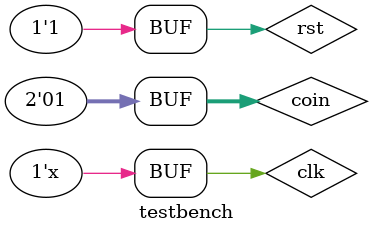
<source format=v>
`timescale 1ns/1ps
module testbench();
reg rst,clk;
reg [1:0]coin;
wire bottle;
initial begin
    rst=0;
    clk=0;
    coin=2'd0;
    #100 rst=1;
    #10 coin=2'd1;
    #20 coin=2'd0;
    #20 coin=2'd1;
    #20 coin=2'd1;  
    #20 coin=2'd1;  //have bottle
    #25 coin=2'd1;
end
always #10 clk=~clk;
vending_machine vm(clk,rst,coin,bottle);
endmodule
</source>
